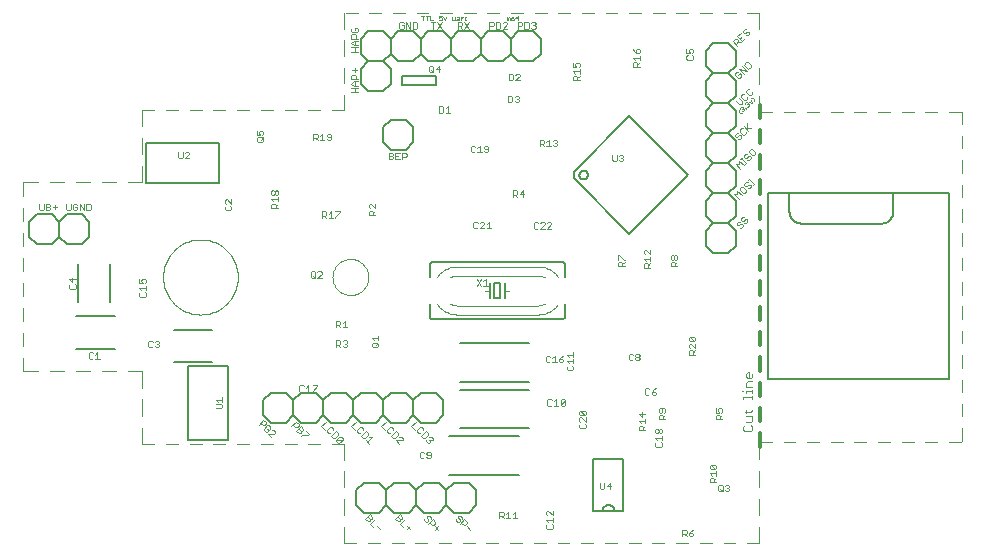
<source format=gto>
G75*
G70*
%OFA0B0*%
%FSLAX24Y24*%
%IPPOS*%
%LPD*%
%AMOC8*
5,1,8,0,0,1.08239X$1,22.5*
%
%ADD10C,0.0000*%
%ADD11C,0.0020*%
%ADD12C,0.0120*%
%ADD13C,0.0030*%
%ADD14C,0.0010*%
%ADD15C,0.0050*%
%ADD16C,0.0060*%
%ADD17C,0.0080*%
D10*
X004050Y005187D02*
X004050Y005729D01*
X004050Y006122D02*
X004050Y006664D01*
X004050Y007058D02*
X004050Y007599D01*
X003575Y007599D01*
X003181Y007599D02*
X002706Y007599D01*
X002312Y007599D02*
X001837Y007599D01*
X001444Y007599D02*
X000969Y007599D01*
X000575Y007599D02*
X000100Y007599D01*
X000100Y008042D01*
X000100Y008436D02*
X000100Y008879D01*
X000100Y009273D02*
X000100Y009715D01*
X000100Y010109D02*
X000100Y010552D01*
X000100Y010946D02*
X000100Y011389D01*
X000100Y011782D02*
X000100Y012225D01*
X000100Y012619D02*
X000100Y013062D01*
X000100Y013456D02*
X000100Y013899D01*
X000575Y013899D01*
X000969Y013899D02*
X001444Y013899D01*
X001837Y013899D02*
X002312Y013899D01*
X002706Y013899D02*
X003181Y013899D01*
X003575Y013899D02*
X004050Y013899D01*
X004050Y014440D01*
X004050Y014834D02*
X004050Y015375D01*
X004050Y015769D02*
X004050Y016311D01*
X004449Y016311D01*
X004843Y016311D02*
X005242Y016311D01*
X005636Y016311D02*
X006035Y016311D01*
X006428Y016311D02*
X006828Y016311D01*
X007221Y016311D02*
X007621Y016311D01*
X008014Y016311D02*
X008414Y016311D01*
X008807Y016311D02*
X009207Y016311D01*
X009600Y016311D02*
X010000Y016311D01*
X010393Y016311D02*
X010793Y016311D01*
X010793Y016822D01*
X010793Y017216D02*
X010793Y017727D01*
X010793Y018121D02*
X010793Y018632D01*
X010793Y019026D02*
X010793Y019537D01*
X010843Y019560D02*
X011236Y019560D01*
X011630Y019560D02*
X012024Y019560D01*
X012417Y019560D02*
X012811Y019560D01*
X013205Y019560D02*
X013598Y019560D01*
X013992Y019560D02*
X014386Y019560D01*
X014780Y019560D02*
X015173Y019560D01*
X015567Y019560D02*
X015961Y019560D01*
X016354Y019560D02*
X016748Y019560D01*
X017142Y019560D02*
X017535Y019560D01*
X017929Y019560D02*
X018323Y019560D01*
X018717Y019560D02*
X019110Y019560D01*
X019504Y019560D02*
X019898Y019560D01*
X020291Y019560D02*
X020685Y019560D01*
X021079Y019560D02*
X021472Y019560D01*
X021866Y019560D02*
X022260Y019560D01*
X022654Y019560D02*
X023047Y019560D01*
X023441Y019560D02*
X023835Y019560D01*
X024228Y019560D02*
X024622Y019560D01*
X024622Y019025D01*
X024622Y018631D02*
X024622Y018096D01*
X024622Y017702D02*
X024622Y017167D01*
X024622Y016773D02*
X024622Y016238D01*
X024650Y016261D02*
X025043Y016261D01*
X025437Y016261D02*
X025831Y016261D01*
X026224Y016261D02*
X026618Y016261D01*
X027012Y016261D02*
X027406Y016261D01*
X027799Y016261D02*
X028193Y016261D01*
X028587Y016261D02*
X028980Y016261D01*
X029374Y016261D02*
X029768Y016261D01*
X030161Y016261D02*
X030555Y016261D01*
X030949Y016261D02*
X031343Y016261D01*
X031372Y016260D02*
X031372Y015842D01*
X031372Y015448D02*
X031372Y015030D01*
X031372Y014637D02*
X031372Y014218D01*
X031372Y013825D02*
X031372Y013406D01*
X031372Y013013D02*
X031372Y012595D01*
X031372Y012201D02*
X031372Y011783D01*
X031372Y011389D02*
X031372Y010971D01*
X031372Y010577D02*
X031372Y010159D01*
X031372Y009765D02*
X031372Y009347D01*
X031372Y008953D02*
X031372Y008535D01*
X031372Y008141D02*
X031372Y007723D01*
X031372Y007329D02*
X031372Y006911D01*
X031372Y006518D02*
X031372Y006099D01*
X031372Y005706D02*
X031372Y005288D01*
X031343Y005261D02*
X030949Y005261D01*
X030555Y005261D02*
X030161Y005261D01*
X029768Y005261D02*
X029374Y005261D01*
X028980Y005261D02*
X028587Y005261D01*
X028193Y005261D02*
X027799Y005261D01*
X027406Y005261D02*
X027012Y005261D01*
X026618Y005261D02*
X026224Y005261D01*
X025831Y005261D02*
X025437Y005261D01*
X025043Y005261D02*
X024650Y005261D01*
X024622Y005210D02*
X024622Y004675D01*
X024622Y004281D02*
X024622Y003746D01*
X024622Y003352D02*
X024622Y002817D01*
X024622Y002423D02*
X024622Y001888D01*
X024226Y001888D01*
X023832Y001888D02*
X023435Y001888D01*
X023042Y001888D02*
X022645Y001888D01*
X022252Y001888D02*
X021855Y001888D01*
X021461Y001888D02*
X021065Y001888D01*
X020671Y001888D02*
X020275Y001888D01*
X019881Y001888D02*
X019484Y001888D01*
X019091Y001888D02*
X018694Y001888D01*
X018301Y001888D02*
X017904Y001888D01*
X017510Y001888D02*
X017114Y001888D01*
X016720Y001888D02*
X016324Y001888D01*
X015930Y001888D02*
X015534Y001888D01*
X015140Y001888D02*
X014743Y001888D01*
X014350Y001888D02*
X013953Y001888D01*
X013560Y001888D02*
X013163Y001888D01*
X012769Y001888D02*
X012373Y001888D01*
X011979Y001888D02*
X011583Y001888D01*
X011189Y001888D02*
X010793Y001888D01*
X010793Y002417D01*
X010793Y002811D02*
X010793Y003340D01*
X010793Y003734D02*
X010793Y004264D01*
X010793Y004657D02*
X010793Y005187D01*
X010393Y005187D01*
X010000Y005187D02*
X009600Y005187D01*
X009207Y005187D02*
X008807Y005187D01*
X008414Y005187D02*
X008014Y005187D01*
X007621Y005187D02*
X007221Y005187D01*
X006828Y005187D02*
X006428Y005187D01*
X006035Y005187D02*
X005636Y005187D01*
X005242Y005187D02*
X004843Y005187D01*
X004449Y005187D02*
X004050Y005187D01*
X004750Y010745D02*
X004752Y010815D01*
X004758Y010885D01*
X004768Y010954D01*
X004781Y011023D01*
X004799Y011091D01*
X004820Y011158D01*
X004845Y011223D01*
X004874Y011287D01*
X004906Y011350D01*
X004942Y011410D01*
X004981Y011468D01*
X005023Y011524D01*
X005068Y011578D01*
X005116Y011629D01*
X005167Y011677D01*
X005221Y011722D01*
X005277Y011764D01*
X005335Y011803D01*
X005395Y011839D01*
X005458Y011871D01*
X005522Y011900D01*
X005587Y011925D01*
X005654Y011946D01*
X005722Y011964D01*
X005791Y011977D01*
X005860Y011987D01*
X005930Y011993D01*
X006000Y011995D01*
X006070Y011993D01*
X006140Y011987D01*
X006209Y011977D01*
X006278Y011964D01*
X006346Y011946D01*
X006413Y011925D01*
X006478Y011900D01*
X006542Y011871D01*
X006605Y011839D01*
X006665Y011803D01*
X006723Y011764D01*
X006779Y011722D01*
X006833Y011677D01*
X006884Y011629D01*
X006932Y011578D01*
X006977Y011524D01*
X007019Y011468D01*
X007058Y011410D01*
X007094Y011350D01*
X007126Y011287D01*
X007155Y011223D01*
X007180Y011158D01*
X007201Y011091D01*
X007219Y011023D01*
X007232Y010954D01*
X007242Y010885D01*
X007248Y010815D01*
X007250Y010745D01*
X007248Y010675D01*
X007242Y010605D01*
X007232Y010536D01*
X007219Y010467D01*
X007201Y010399D01*
X007180Y010332D01*
X007155Y010267D01*
X007126Y010203D01*
X007094Y010140D01*
X007058Y010080D01*
X007019Y010022D01*
X006977Y009966D01*
X006932Y009912D01*
X006884Y009861D01*
X006833Y009813D01*
X006779Y009768D01*
X006723Y009726D01*
X006665Y009687D01*
X006605Y009651D01*
X006542Y009619D01*
X006478Y009590D01*
X006413Y009565D01*
X006346Y009544D01*
X006278Y009526D01*
X006209Y009513D01*
X006140Y009503D01*
X006070Y009497D01*
X006000Y009495D01*
X005930Y009497D01*
X005860Y009503D01*
X005791Y009513D01*
X005722Y009526D01*
X005654Y009544D01*
X005587Y009565D01*
X005522Y009590D01*
X005458Y009619D01*
X005395Y009651D01*
X005335Y009687D01*
X005277Y009726D01*
X005221Y009768D01*
X005167Y009813D01*
X005116Y009861D01*
X005068Y009912D01*
X005023Y009966D01*
X004981Y010022D01*
X004942Y010080D01*
X004906Y010140D01*
X004874Y010203D01*
X004845Y010267D01*
X004820Y010332D01*
X004799Y010399D01*
X004781Y010467D01*
X004768Y010536D01*
X004758Y010605D01*
X004752Y010675D01*
X004750Y010745D01*
X010400Y010745D02*
X010402Y010794D01*
X010408Y010842D01*
X010418Y010890D01*
X010432Y010937D01*
X010449Y010983D01*
X010470Y011027D01*
X010495Y011069D01*
X010523Y011109D01*
X010555Y011147D01*
X010589Y011182D01*
X010626Y011214D01*
X010665Y011243D01*
X010707Y011269D01*
X010751Y011291D01*
X010796Y011309D01*
X010843Y011324D01*
X010890Y011335D01*
X010939Y011342D01*
X010988Y011345D01*
X011037Y011344D01*
X011085Y011339D01*
X011134Y011330D01*
X011181Y011317D01*
X011227Y011300D01*
X011271Y011280D01*
X011314Y011256D01*
X011355Y011229D01*
X011393Y011198D01*
X011429Y011165D01*
X011461Y011129D01*
X011491Y011090D01*
X011518Y011049D01*
X011541Y011005D01*
X011560Y010960D01*
X011576Y010914D01*
X011588Y010867D01*
X011596Y010818D01*
X011600Y010769D01*
X011600Y010721D01*
X011596Y010672D01*
X011588Y010623D01*
X011576Y010576D01*
X011560Y010530D01*
X011541Y010485D01*
X011518Y010441D01*
X011491Y010400D01*
X011461Y010361D01*
X011429Y010325D01*
X011393Y010292D01*
X011355Y010261D01*
X011314Y010234D01*
X011271Y010210D01*
X011227Y010190D01*
X011181Y010173D01*
X011134Y010160D01*
X011085Y010151D01*
X011037Y010146D01*
X010988Y010145D01*
X010939Y010148D01*
X010890Y010155D01*
X010843Y010166D01*
X010796Y010181D01*
X010751Y010199D01*
X010707Y010221D01*
X010665Y010247D01*
X010626Y010276D01*
X010589Y010308D01*
X010555Y010343D01*
X010523Y010381D01*
X010495Y010421D01*
X010470Y010463D01*
X010449Y010507D01*
X010432Y010553D01*
X010418Y010600D01*
X010408Y010648D01*
X010402Y010696D01*
X010400Y010745D01*
D11*
X010036Y010715D02*
X009889Y010715D01*
X010036Y010861D01*
X010036Y010898D01*
X009999Y010935D01*
X009926Y010935D01*
X009889Y010898D01*
X009815Y010898D02*
X009815Y010751D01*
X009778Y010715D01*
X009705Y010715D01*
X009668Y010751D01*
X009668Y010898D01*
X009705Y010935D01*
X009778Y010935D01*
X009815Y010898D01*
X009741Y010788D02*
X009815Y010715D01*
X010518Y009285D02*
X010628Y009285D01*
X010665Y009248D01*
X010665Y009175D01*
X010628Y009138D01*
X010518Y009138D01*
X010518Y009065D02*
X010518Y009285D01*
X010591Y009138D02*
X010665Y009065D01*
X010739Y009065D02*
X010886Y009065D01*
X010812Y009065D02*
X010812Y009285D01*
X010739Y009211D01*
X010776Y008635D02*
X010849Y008635D01*
X010886Y008598D01*
X010886Y008561D01*
X010849Y008525D01*
X010886Y008488D01*
X010886Y008451D01*
X010849Y008415D01*
X010776Y008415D01*
X010739Y008451D01*
X010665Y008415D02*
X010591Y008488D01*
X010628Y008488D02*
X010518Y008488D01*
X010518Y008415D02*
X010518Y008635D01*
X010628Y008635D01*
X010665Y008598D01*
X010665Y008525D01*
X010628Y008488D01*
X010739Y008598D02*
X010776Y008635D01*
X010812Y008525D02*
X010849Y008525D01*
X011710Y008523D02*
X011710Y008449D01*
X011747Y008413D01*
X011893Y008413D01*
X011930Y008449D01*
X011930Y008523D01*
X011893Y008559D01*
X011747Y008559D01*
X011710Y008523D01*
X011783Y008634D02*
X011710Y008707D01*
X011930Y008707D01*
X011930Y008634D02*
X011930Y008780D01*
X011930Y008559D02*
X011857Y008486D01*
X009886Y007135D02*
X009739Y007135D01*
X009886Y007135D02*
X009886Y007098D01*
X009739Y006951D01*
X009739Y006915D01*
X009665Y006915D02*
X009518Y006915D01*
X009591Y006915D02*
X009591Y007135D01*
X009518Y007061D01*
X009444Y007098D02*
X009407Y007135D01*
X009334Y007135D01*
X009297Y007098D01*
X009297Y006951D01*
X009334Y006915D01*
X009407Y006915D01*
X009444Y006951D01*
X009190Y005920D02*
X009268Y005842D01*
X009268Y005791D01*
X009216Y005739D01*
X009164Y005739D01*
X009086Y005816D01*
X009034Y005765D02*
X009190Y005920D01*
X009346Y005764D02*
X009424Y005686D01*
X009424Y005634D01*
X009398Y005608D01*
X009346Y005608D01*
X009268Y005686D01*
X009190Y005608D02*
X009346Y005764D01*
X009346Y005608D02*
X009346Y005556D01*
X009320Y005530D01*
X009268Y005530D01*
X009190Y005608D01*
X009347Y005452D02*
X009373Y005478D01*
X009580Y005478D01*
X009606Y005504D01*
X009502Y005608D01*
X010034Y005765D02*
X010138Y005661D01*
X010216Y005634D02*
X010320Y005738D01*
X010372Y005738D01*
X010424Y005686D01*
X010424Y005634D01*
X010502Y005608D02*
X010580Y005530D01*
X010580Y005478D01*
X010476Y005374D01*
X010425Y005374D01*
X010347Y005452D01*
X010502Y005608D01*
X010320Y005530D02*
X010268Y005530D01*
X010216Y005582D01*
X010216Y005634D01*
X010034Y005765D02*
X010190Y005920D01*
X010633Y005426D02*
X010685Y005426D01*
X010736Y005374D01*
X010736Y005322D01*
X010529Y005322D01*
X010529Y005270D01*
X010581Y005218D01*
X010633Y005218D01*
X010736Y005322D01*
X010633Y005426D02*
X010529Y005322D01*
X011034Y005765D02*
X011138Y005661D01*
X011216Y005634D02*
X011320Y005738D01*
X011372Y005738D01*
X011424Y005686D01*
X011424Y005634D01*
X011502Y005608D02*
X011580Y005530D01*
X011580Y005478D01*
X011476Y005374D01*
X011425Y005374D01*
X011347Y005452D01*
X011502Y005608D01*
X011320Y005530D02*
X011268Y005530D01*
X011216Y005582D01*
X011216Y005634D01*
X011034Y005765D02*
X011190Y005920D01*
X011607Y005400D02*
X011711Y005400D01*
X011555Y005244D01*
X011503Y005296D02*
X011607Y005192D01*
X012216Y005582D02*
X012268Y005530D01*
X012320Y005530D01*
X012347Y005452D02*
X012425Y005374D01*
X012476Y005374D01*
X012580Y005478D01*
X012580Y005530D01*
X012502Y005608D01*
X012347Y005452D01*
X012216Y005582D02*
X012216Y005634D01*
X012320Y005738D01*
X012372Y005738D01*
X012424Y005686D01*
X012424Y005634D01*
X012138Y005661D02*
X012034Y005765D01*
X012190Y005920D01*
X012633Y005426D02*
X012685Y005426D01*
X012736Y005374D01*
X012736Y005322D01*
X012711Y005296D01*
X012503Y005296D01*
X012607Y005192D01*
X013216Y005582D02*
X013268Y005530D01*
X013320Y005530D01*
X013347Y005452D02*
X013425Y005374D01*
X013476Y005374D01*
X013580Y005478D01*
X013580Y005530D01*
X013502Y005608D01*
X013347Y005452D01*
X013216Y005582D02*
X013216Y005634D01*
X013320Y005738D01*
X013372Y005738D01*
X013424Y005686D01*
X013424Y005634D01*
X013138Y005661D02*
X013034Y005765D01*
X013190Y005920D01*
X013633Y005426D02*
X013685Y005426D01*
X013736Y005374D01*
X013736Y005322D01*
X013711Y005296D01*
X013659Y005296D01*
X013659Y005244D01*
X013633Y005218D01*
X013581Y005218D01*
X013529Y005270D01*
X013529Y005322D01*
X013633Y005322D02*
X013659Y005296D01*
X013641Y004925D02*
X013568Y004925D01*
X013531Y004888D01*
X013531Y004851D01*
X013568Y004815D01*
X013678Y004815D01*
X013678Y004888D02*
X013641Y004925D01*
X013678Y004888D02*
X013678Y004741D01*
X013641Y004705D01*
X013568Y004705D01*
X013531Y004741D01*
X013457Y004741D02*
X013420Y004705D01*
X013347Y004705D01*
X013310Y004741D01*
X013310Y004888D01*
X013347Y004925D01*
X013420Y004925D01*
X013457Y004888D01*
X012650Y002830D02*
X012728Y002752D01*
X012728Y002701D01*
X012702Y002675D01*
X012650Y002675D01*
X012572Y002752D01*
X012650Y002675D02*
X012650Y002623D01*
X012624Y002597D01*
X012572Y002597D01*
X012494Y002675D01*
X012650Y002830D01*
X012806Y002674D02*
X012650Y002518D01*
X012754Y002415D01*
X012885Y002440D02*
X012988Y002336D01*
X012885Y002336D02*
X012988Y002440D01*
X013460Y002639D02*
X013460Y002691D01*
X013460Y002639D02*
X013512Y002587D01*
X013564Y002587D01*
X013590Y002613D01*
X013590Y002665D01*
X013538Y002716D01*
X013538Y002768D01*
X013564Y002794D01*
X013616Y002794D01*
X013668Y002742D01*
X013668Y002691D01*
X013746Y002664D02*
X013824Y002586D01*
X013824Y002534D01*
X013772Y002482D01*
X013720Y002482D01*
X013642Y002560D01*
X013590Y002508D02*
X013746Y002664D01*
X013825Y002430D02*
X013928Y002326D01*
X013825Y002326D02*
X013928Y002430D01*
X014510Y002639D02*
X014562Y002587D01*
X014614Y002587D01*
X014640Y002613D01*
X014640Y002665D01*
X014588Y002716D01*
X014588Y002768D01*
X014614Y002794D01*
X014666Y002794D01*
X014718Y002742D01*
X014718Y002691D01*
X014796Y002664D02*
X014640Y002508D01*
X014692Y002560D02*
X014770Y002482D01*
X014822Y002482D01*
X014874Y002534D01*
X014874Y002586D01*
X014796Y002664D01*
X014875Y002430D02*
X014978Y002326D01*
X014510Y002639D02*
X014510Y002691D01*
X015960Y002705D02*
X015960Y002925D01*
X016070Y002925D01*
X016107Y002888D01*
X016107Y002815D01*
X016070Y002778D01*
X015960Y002778D01*
X016033Y002778D02*
X016107Y002705D01*
X016181Y002705D02*
X016328Y002705D01*
X016254Y002705D02*
X016254Y002925D01*
X016181Y002851D01*
X016402Y002851D02*
X016475Y002925D01*
X016475Y002705D01*
X016402Y002705D02*
X016549Y002705D01*
X017520Y002649D02*
X017593Y002576D01*
X017557Y002501D02*
X017520Y002465D01*
X017520Y002391D01*
X017557Y002355D01*
X017703Y002355D01*
X017740Y002391D01*
X017740Y002465D01*
X017703Y002501D01*
X017740Y002576D02*
X017740Y002722D01*
X017740Y002649D02*
X017520Y002649D01*
X017557Y002797D02*
X017520Y002833D01*
X017520Y002907D01*
X017557Y002943D01*
X017593Y002943D01*
X017740Y002797D01*
X017740Y002943D01*
X019318Y003701D02*
X019355Y003665D01*
X019428Y003665D01*
X019465Y003701D01*
X019465Y003885D01*
X019539Y003775D02*
X019686Y003775D01*
X019649Y003885D02*
X019539Y003775D01*
X019649Y003665D02*
X019649Y003885D01*
X019318Y003885D02*
X019318Y003701D01*
X021160Y005128D02*
X021197Y005092D01*
X021343Y005092D01*
X021380Y005128D01*
X021380Y005202D01*
X021343Y005238D01*
X021380Y005313D02*
X021380Y005459D01*
X021380Y005386D02*
X021160Y005386D01*
X021233Y005313D01*
X021197Y005238D02*
X021160Y005202D01*
X021160Y005128D01*
X021197Y005534D02*
X021233Y005534D01*
X021270Y005570D01*
X021270Y005644D01*
X021307Y005680D01*
X021343Y005680D01*
X021380Y005644D01*
X021380Y005570D01*
X021343Y005534D01*
X021307Y005534D01*
X021270Y005570D01*
X021270Y005644D02*
X021233Y005680D01*
X021197Y005680D01*
X021160Y005644D01*
X021160Y005570D01*
X021197Y005534D01*
X020830Y005642D02*
X020610Y005642D01*
X020610Y005752D01*
X020647Y005788D01*
X020720Y005788D01*
X020757Y005752D01*
X020757Y005642D01*
X020757Y005715D02*
X020830Y005788D01*
X020830Y005863D02*
X020830Y006009D01*
X020830Y005936D02*
X020610Y005936D01*
X020683Y005863D01*
X020720Y006084D02*
X020720Y006230D01*
X020830Y006194D02*
X020610Y006194D01*
X020720Y006084D01*
X021270Y006115D02*
X021270Y006005D01*
X021490Y006005D01*
X021417Y006005D02*
X021417Y006115D01*
X021380Y006151D01*
X021307Y006151D01*
X021270Y006115D01*
X021307Y006226D02*
X021343Y006226D01*
X021380Y006262D01*
X021380Y006372D01*
X021453Y006372D02*
X021307Y006372D01*
X021270Y006336D01*
X021270Y006262D01*
X021307Y006226D01*
X021453Y006226D02*
X021490Y006262D01*
X021490Y006336D01*
X021453Y006372D01*
X021490Y006151D02*
X021417Y006078D01*
X021149Y006815D02*
X021076Y006815D01*
X021039Y006851D01*
X021039Y006925D01*
X021149Y006925D01*
X021186Y006888D01*
X021186Y006851D01*
X021149Y006815D01*
X021039Y006925D02*
X021112Y006998D01*
X021186Y007035D01*
X020965Y006998D02*
X020928Y007035D01*
X020855Y007035D01*
X020818Y006998D01*
X020818Y006851D01*
X020855Y006815D01*
X020928Y006815D01*
X020965Y006851D01*
X020599Y007965D02*
X020526Y007965D01*
X020489Y008001D01*
X020489Y008038D01*
X020526Y008075D01*
X020599Y008075D01*
X020636Y008038D01*
X020636Y008001D01*
X020599Y007965D01*
X020599Y008075D02*
X020636Y008111D01*
X020636Y008148D01*
X020599Y008185D01*
X020526Y008185D01*
X020489Y008148D01*
X020489Y008111D01*
X020526Y008075D01*
X020415Y008148D02*
X020378Y008185D01*
X020305Y008185D01*
X020268Y008148D01*
X020268Y008001D01*
X020305Y007965D01*
X020378Y007965D01*
X020415Y008001D01*
X022270Y008155D02*
X022270Y008265D01*
X022307Y008301D01*
X022380Y008301D01*
X022417Y008265D01*
X022417Y008155D01*
X022417Y008228D02*
X022490Y008301D01*
X022490Y008376D02*
X022343Y008522D01*
X022307Y008522D01*
X022270Y008486D01*
X022270Y008412D01*
X022307Y008376D01*
X022490Y008376D02*
X022490Y008522D01*
X022453Y008597D02*
X022307Y008743D01*
X022453Y008743D01*
X022490Y008707D01*
X022490Y008633D01*
X022453Y008597D01*
X022307Y008597D01*
X022270Y008633D01*
X022270Y008707D01*
X022307Y008743D01*
X022270Y008155D02*
X022490Y008155D01*
X023170Y006372D02*
X023170Y006226D01*
X023280Y006226D01*
X023243Y006299D01*
X023243Y006336D01*
X023280Y006372D01*
X023353Y006372D01*
X023390Y006336D01*
X023390Y006262D01*
X023353Y006226D01*
X023390Y006151D02*
X023317Y006078D01*
X023317Y006115D02*
X023317Y006005D01*
X023390Y006005D02*
X023170Y006005D01*
X023170Y006115D01*
X023207Y006151D01*
X023280Y006151D01*
X023317Y006115D01*
X023153Y004493D02*
X023190Y004457D01*
X023190Y004383D01*
X023153Y004347D01*
X023007Y004493D01*
X023153Y004493D01*
X023153Y004347D02*
X023007Y004347D01*
X022970Y004383D01*
X022970Y004457D01*
X023007Y004493D01*
X023190Y004272D02*
X023190Y004126D01*
X023190Y004199D02*
X022970Y004199D01*
X023043Y004126D01*
X023007Y004051D02*
X022970Y004015D01*
X022970Y003905D01*
X023190Y003905D01*
X023117Y003905D02*
X023117Y004015D01*
X023080Y004051D01*
X023007Y004051D01*
X023117Y003978D02*
X023190Y004051D01*
X023297Y003825D02*
X023260Y003788D01*
X023260Y003641D01*
X023297Y003605D01*
X023370Y003605D01*
X023407Y003641D01*
X023407Y003788D01*
X023370Y003825D01*
X023297Y003825D01*
X023333Y003678D02*
X023407Y003605D01*
X023481Y003641D02*
X023518Y003605D01*
X023591Y003605D01*
X023628Y003641D01*
X023628Y003678D01*
X023591Y003715D01*
X023554Y003715D01*
X023591Y003715D02*
X023628Y003751D01*
X023628Y003788D01*
X023591Y003825D01*
X023518Y003825D01*
X023481Y003788D01*
X022428Y002325D02*
X022354Y002288D01*
X022281Y002215D01*
X022391Y002215D01*
X022428Y002178D01*
X022428Y002141D01*
X022391Y002105D01*
X022318Y002105D01*
X022281Y002141D01*
X022281Y002215D01*
X022207Y002215D02*
X022170Y002178D01*
X022060Y002178D01*
X022133Y002178D02*
X022207Y002105D01*
X022207Y002215D02*
X022207Y002288D01*
X022170Y002325D01*
X022060Y002325D01*
X022060Y002105D01*
X018803Y005705D02*
X018840Y005741D01*
X018840Y005815D01*
X018803Y005851D01*
X018840Y005926D02*
X018693Y006072D01*
X018657Y006072D01*
X018620Y006036D01*
X018620Y005962D01*
X018657Y005926D01*
X018657Y005851D02*
X018620Y005815D01*
X018620Y005741D01*
X018657Y005705D01*
X018803Y005705D01*
X018840Y005926D02*
X018840Y006072D01*
X018803Y006147D02*
X018657Y006293D01*
X018803Y006293D01*
X018840Y006257D01*
X018840Y006183D01*
X018803Y006147D01*
X018657Y006147D01*
X018620Y006183D01*
X018620Y006257D01*
X018657Y006293D01*
X018149Y006491D02*
X018112Y006455D01*
X018039Y006455D01*
X018002Y006491D01*
X018149Y006638D01*
X018149Y006491D01*
X018002Y006491D02*
X018002Y006638D01*
X018039Y006675D01*
X018112Y006675D01*
X018149Y006638D01*
X017928Y006455D02*
X017781Y006455D01*
X017854Y006455D02*
X017854Y006675D01*
X017781Y006601D01*
X017707Y006638D02*
X017670Y006675D01*
X017597Y006675D01*
X017560Y006638D01*
X017560Y006491D01*
X017597Y006455D01*
X017670Y006455D01*
X017707Y006491D01*
X018247Y007642D02*
X018393Y007642D01*
X018430Y007678D01*
X018430Y007752D01*
X018393Y007788D01*
X018430Y007863D02*
X018430Y008009D01*
X018430Y007936D02*
X018210Y007936D01*
X018283Y007863D01*
X018247Y007788D02*
X018210Y007752D01*
X018210Y007678D01*
X018247Y007642D01*
X018062Y007905D02*
X018099Y007941D01*
X018099Y007978D01*
X018062Y008015D01*
X017952Y008015D01*
X017952Y007941D01*
X017989Y007905D01*
X018062Y007905D01*
X017952Y008015D02*
X018025Y008088D01*
X018099Y008125D01*
X018210Y008157D02*
X018430Y008157D01*
X018430Y008084D02*
X018430Y008230D01*
X018283Y008084D02*
X018210Y008157D01*
X017804Y008125D02*
X017804Y007905D01*
X017731Y007905D02*
X017878Y007905D01*
X017731Y008051D02*
X017804Y008125D01*
X017657Y008088D02*
X017620Y008125D01*
X017547Y008125D01*
X017510Y008088D01*
X017510Y007941D01*
X017547Y007905D01*
X017620Y007905D01*
X017657Y007941D01*
X017250Y009495D02*
X014550Y009495D01*
X014550Y009795D02*
X017250Y009795D01*
X017288Y009796D01*
X017325Y009801D01*
X017362Y009808D01*
X017398Y009817D01*
X017434Y009830D01*
X017468Y009845D01*
X017911Y010745D02*
X017879Y010790D01*
X017843Y010832D01*
X017804Y010872D01*
X017762Y010909D01*
X017719Y010943D01*
X017672Y010974D01*
X017624Y011002D01*
X017574Y011026D01*
X017523Y011047D01*
X017470Y011064D01*
X017416Y011078D01*
X017361Y011087D01*
X017306Y011093D01*
X017250Y011095D01*
X014550Y011095D01*
X014550Y010795D02*
X017250Y010795D01*
X017911Y009845D02*
X017879Y009800D01*
X017843Y009758D01*
X017804Y009718D01*
X017763Y009681D01*
X017719Y009647D01*
X017672Y009616D01*
X017624Y009588D01*
X017574Y009564D01*
X017523Y009543D01*
X017470Y009526D01*
X017416Y009512D01*
X017361Y009503D01*
X017306Y009497D01*
X017250Y009495D01*
X017468Y010745D02*
X017434Y010760D01*
X017398Y010773D01*
X017362Y010782D01*
X017325Y010789D01*
X017288Y010794D01*
X017250Y010795D01*
X016300Y010295D02*
X016150Y010295D01*
X015650Y010295D02*
X015500Y010295D01*
X015504Y010455D02*
X015504Y010675D01*
X015431Y010601D01*
X015357Y010675D02*
X015210Y010455D01*
X015357Y010455D02*
X015210Y010675D01*
X015431Y010455D02*
X015578Y010455D01*
X014550Y011095D02*
X014494Y011093D01*
X014439Y011087D01*
X014384Y011078D01*
X014330Y011064D01*
X014277Y011047D01*
X014226Y011026D01*
X014176Y011002D01*
X014128Y010974D01*
X014081Y010943D01*
X014037Y010909D01*
X013996Y010872D01*
X013957Y010832D01*
X013921Y010790D01*
X013889Y010745D01*
X013889Y009845D02*
X013921Y009800D01*
X013957Y009758D01*
X013996Y009718D01*
X014038Y009681D01*
X014081Y009647D01*
X014128Y009616D01*
X014176Y009588D01*
X014226Y009564D01*
X014277Y009543D01*
X014330Y009526D01*
X014384Y009512D01*
X014439Y009503D01*
X014494Y009497D01*
X014550Y009495D01*
X014550Y009795D02*
X014512Y009796D01*
X014475Y009801D01*
X014438Y009808D01*
X014402Y009817D01*
X014366Y009830D01*
X014332Y009845D01*
X014332Y010745D02*
X014366Y010760D01*
X014402Y010773D01*
X014438Y010782D01*
X014475Y010789D01*
X014512Y010794D01*
X014550Y010795D01*
X015134Y012365D02*
X015097Y012401D01*
X015097Y012548D01*
X015134Y012585D01*
X015207Y012585D01*
X015244Y012548D01*
X015318Y012548D02*
X015355Y012585D01*
X015428Y012585D01*
X015465Y012548D01*
X015465Y012511D01*
X015318Y012365D01*
X015465Y012365D01*
X015539Y012365D02*
X015686Y012365D01*
X015612Y012365D02*
X015612Y012585D01*
X015539Y012511D01*
X015244Y012401D02*
X015207Y012365D01*
X015134Y012365D01*
X016418Y013415D02*
X016418Y013635D01*
X016528Y013635D01*
X016565Y013598D01*
X016565Y013525D01*
X016528Y013488D01*
X016418Y013488D01*
X016491Y013488D02*
X016565Y013415D01*
X016639Y013525D02*
X016786Y013525D01*
X016749Y013635D02*
X016639Y013525D01*
X016749Y013415D02*
X016749Y013635D01*
X017147Y012575D02*
X017110Y012538D01*
X017110Y012391D01*
X017147Y012355D01*
X017220Y012355D01*
X017257Y012391D01*
X017331Y012355D02*
X017478Y012501D01*
X017478Y012538D01*
X017441Y012575D01*
X017368Y012575D01*
X017331Y012538D01*
X017257Y012538D02*
X017220Y012575D01*
X017147Y012575D01*
X017331Y012355D02*
X017478Y012355D01*
X017552Y012355D02*
X017699Y012501D01*
X017699Y012538D01*
X017662Y012575D01*
X017589Y012575D01*
X017552Y012538D01*
X017552Y012355D02*
X017699Y012355D01*
X019920Y011472D02*
X019957Y011472D01*
X020103Y011326D01*
X020140Y011326D01*
X020140Y011251D02*
X020067Y011178D01*
X020067Y011215D02*
X020067Y011105D01*
X020140Y011105D02*
X019920Y011105D01*
X019920Y011215D01*
X019957Y011251D01*
X020030Y011251D01*
X020067Y011215D01*
X019920Y011326D02*
X019920Y011472D01*
X020770Y011533D02*
X020807Y011497D01*
X020770Y011533D02*
X020770Y011607D01*
X020807Y011643D01*
X020843Y011643D01*
X020990Y011497D01*
X020990Y011643D01*
X020990Y011422D02*
X020990Y011276D01*
X020990Y011349D02*
X020770Y011349D01*
X020843Y011276D01*
X020807Y011201D02*
X020880Y011201D01*
X020917Y011165D01*
X020917Y011055D01*
X020917Y011128D02*
X020990Y011201D01*
X020990Y011055D02*
X020770Y011055D01*
X020770Y011165D01*
X020807Y011201D01*
X021670Y011215D02*
X021707Y011251D01*
X021780Y011251D01*
X021817Y011215D01*
X021817Y011105D01*
X021817Y011178D02*
X021890Y011251D01*
X021853Y011326D02*
X021817Y011326D01*
X021780Y011362D01*
X021780Y011436D01*
X021817Y011472D01*
X021853Y011472D01*
X021890Y011436D01*
X021890Y011362D01*
X021853Y011326D01*
X021780Y011362D02*
X021743Y011326D01*
X021707Y011326D01*
X021670Y011362D01*
X021670Y011436D01*
X021707Y011472D01*
X021743Y011472D01*
X021780Y011436D01*
X021670Y011215D02*
X021670Y011105D01*
X021890Y011105D01*
X023870Y012488D02*
X023896Y012463D01*
X023948Y012463D01*
X024000Y012514D01*
X024052Y012514D01*
X024078Y012488D01*
X024078Y012437D01*
X024026Y012385D01*
X023974Y012385D01*
X023870Y012488D02*
X023870Y012540D01*
X023922Y012592D01*
X023974Y012592D01*
X024027Y012645D02*
X024052Y012619D01*
X024104Y012619D01*
X024156Y012671D01*
X024208Y012671D01*
X024234Y012645D01*
X024234Y012593D01*
X024182Y012541D01*
X024130Y012541D01*
X024027Y012645D02*
X024027Y012697D01*
X024078Y012749D01*
X024130Y012749D01*
X023950Y013359D02*
X023794Y013514D01*
X023898Y013514D01*
X023898Y013618D01*
X024054Y013463D01*
X024080Y013541D02*
X024132Y013541D01*
X024184Y013593D01*
X024184Y013645D01*
X024080Y013749D01*
X024028Y013749D01*
X023977Y013697D01*
X023977Y013645D01*
X024080Y013541D01*
X024237Y013697D02*
X024288Y013697D01*
X024340Y013749D01*
X024340Y013801D01*
X024314Y013827D01*
X024263Y013827D01*
X024211Y013775D01*
X024159Y013775D01*
X024133Y013801D01*
X024133Y013853D01*
X024185Y013905D01*
X024237Y013905D01*
X024263Y013983D02*
X024315Y014035D01*
X024289Y014009D02*
X024445Y013853D01*
X024419Y013828D02*
X024471Y013879D01*
X024000Y014359D02*
X023844Y014514D01*
X023948Y014514D01*
X023948Y014618D01*
X024104Y014463D01*
X024156Y014515D02*
X024208Y014567D01*
X024182Y014541D02*
X024027Y014697D01*
X024001Y014671D02*
X024052Y014723D01*
X024131Y014749D02*
X024157Y014723D01*
X024209Y014723D01*
X024260Y014775D01*
X024312Y014775D01*
X024338Y014749D01*
X024338Y014697D01*
X024286Y014645D01*
X024234Y014645D01*
X024131Y014749D02*
X024131Y014801D01*
X024183Y014853D01*
X024234Y014853D01*
X024287Y014905D02*
X024391Y014801D01*
X024443Y014801D01*
X024495Y014853D01*
X024495Y014905D01*
X024391Y015009D01*
X024339Y015009D01*
X024287Y014957D01*
X024287Y014905D01*
X023976Y015335D02*
X023924Y015335D01*
X023976Y015335D02*
X024028Y015387D01*
X024028Y015438D01*
X024002Y015464D01*
X023950Y015464D01*
X023898Y015413D01*
X023846Y015413D01*
X023820Y015438D01*
X023820Y015490D01*
X023872Y015542D01*
X023924Y015542D01*
X023977Y015595D02*
X024080Y015491D01*
X024132Y015491D01*
X024184Y015543D01*
X024184Y015595D01*
X024211Y015673D02*
X024211Y015881D01*
X024107Y015777D02*
X024263Y015621D01*
X024211Y015725D02*
X024366Y015725D01*
X024080Y015699D02*
X024028Y015699D01*
X023977Y015647D01*
X023977Y015595D01*
X023948Y016511D02*
X023844Y016614D01*
X023948Y016511D02*
X024052Y016511D01*
X024052Y016614D01*
X023948Y016718D01*
X024027Y016745D02*
X024130Y016641D01*
X024182Y016641D01*
X024234Y016693D01*
X024234Y016745D01*
X024287Y016797D02*
X024338Y016797D01*
X024390Y016849D01*
X024390Y016901D01*
X024287Y017005D02*
X024235Y017005D01*
X024183Y016953D01*
X024183Y016901D01*
X024287Y016797D01*
X024130Y016849D02*
X024078Y016849D01*
X024027Y016797D01*
X024027Y016745D01*
X023976Y017385D02*
X024028Y017437D01*
X024028Y017488D01*
X023976Y017540D01*
X023924Y017488D01*
X023924Y017385D02*
X023976Y017385D01*
X023924Y017385D02*
X023820Y017488D01*
X023820Y017540D01*
X023872Y017592D01*
X023924Y017592D01*
X023951Y017671D02*
X024210Y017619D01*
X024054Y017774D01*
X024107Y017827D02*
X024185Y017905D01*
X024237Y017905D01*
X024340Y017801D01*
X024340Y017749D01*
X024263Y017671D01*
X024107Y017827D01*
X023951Y017671D02*
X024106Y017515D01*
X023900Y018459D02*
X023744Y018614D01*
X023822Y018692D01*
X023874Y018692D01*
X023926Y018640D01*
X023926Y018588D01*
X023848Y018511D01*
X023900Y018563D02*
X024004Y018563D01*
X024056Y018615D02*
X024160Y018719D01*
X024187Y018797D02*
X024238Y018797D01*
X024290Y018849D01*
X024290Y018901D01*
X024264Y018927D01*
X024213Y018927D01*
X024161Y018875D01*
X024109Y018875D01*
X024083Y018901D01*
X024083Y018953D01*
X024135Y019005D01*
X024187Y019005D01*
X024004Y018874D02*
X023901Y018771D01*
X024056Y018615D01*
X023978Y018693D02*
X024030Y018745D01*
X022421Y018317D02*
X022421Y018244D01*
X022385Y018207D01*
X022311Y018207D02*
X022275Y018280D01*
X022275Y018317D01*
X022311Y018354D01*
X022385Y018354D01*
X022421Y018317D01*
X022311Y018207D02*
X022201Y018207D01*
X022201Y018354D01*
X022238Y018133D02*
X022201Y018096D01*
X022201Y018023D01*
X022238Y017986D01*
X022385Y017986D01*
X022421Y018023D01*
X022421Y018096D01*
X022385Y018133D01*
X020640Y018122D02*
X020640Y017976D01*
X020640Y018049D02*
X020420Y018049D01*
X020493Y017976D01*
X020457Y017901D02*
X020530Y017901D01*
X020567Y017865D01*
X020567Y017755D01*
X020567Y017828D02*
X020640Y017901D01*
X020640Y017755D02*
X020420Y017755D01*
X020420Y017865D01*
X020457Y017901D01*
X020530Y018197D02*
X020530Y018307D01*
X020567Y018343D01*
X020603Y018343D01*
X020640Y018307D01*
X020640Y018233D01*
X020603Y018197D01*
X020530Y018197D01*
X020457Y018270D01*
X020420Y018343D01*
X018640Y017857D02*
X018640Y017783D01*
X018603Y017747D01*
X018530Y017747D02*
X018493Y017820D01*
X018493Y017857D01*
X018530Y017893D01*
X018603Y017893D01*
X018640Y017857D01*
X018530Y017747D02*
X018420Y017747D01*
X018420Y017893D01*
X018420Y017599D02*
X018640Y017599D01*
X018640Y017526D02*
X018640Y017672D01*
X018493Y017526D02*
X018420Y017599D01*
X018457Y017451D02*
X018530Y017451D01*
X018567Y017415D01*
X018567Y017305D01*
X018567Y017378D02*
X018640Y017451D01*
X018640Y017305D02*
X018420Y017305D01*
X018420Y017415D01*
X018457Y017451D01*
X016645Y017445D02*
X016498Y017298D01*
X016645Y017298D01*
X016645Y017445D02*
X016645Y017482D01*
X016608Y017518D01*
X016535Y017518D01*
X016498Y017482D01*
X016424Y017482D02*
X016387Y017518D01*
X016277Y017518D01*
X016277Y017298D01*
X016387Y017298D01*
X016424Y017335D01*
X016424Y017482D01*
X016361Y016791D02*
X016251Y016791D01*
X016251Y016571D01*
X016361Y016571D01*
X016398Y016608D01*
X016398Y016754D01*
X016361Y016791D01*
X016472Y016754D02*
X016509Y016791D01*
X016582Y016791D01*
X016619Y016754D01*
X016619Y016718D01*
X016582Y016681D01*
X016619Y016644D01*
X016619Y016608D01*
X016582Y016571D01*
X016509Y016571D01*
X016472Y016608D01*
X016545Y016681D02*
X016582Y016681D01*
X017310Y015325D02*
X017420Y015325D01*
X017457Y015288D01*
X017457Y015215D01*
X017420Y015178D01*
X017310Y015178D01*
X017383Y015178D02*
X017457Y015105D01*
X017531Y015105D02*
X017678Y015105D01*
X017604Y015105D02*
X017604Y015325D01*
X017531Y015251D01*
X017752Y015288D02*
X017789Y015325D01*
X017862Y015325D01*
X017899Y015288D01*
X017899Y015251D01*
X017862Y015215D01*
X017899Y015178D01*
X017899Y015141D01*
X017862Y015105D01*
X017789Y015105D01*
X017752Y015141D01*
X017825Y015215D02*
X017862Y015215D01*
X017310Y015105D02*
X017310Y015325D01*
X015599Y015088D02*
X015599Y014941D01*
X015562Y014905D01*
X015489Y014905D01*
X015452Y014941D01*
X015489Y015015D02*
X015599Y015015D01*
X015599Y015088D02*
X015562Y015125D01*
X015489Y015125D01*
X015452Y015088D01*
X015452Y015051D01*
X015489Y015015D01*
X015378Y014905D02*
X015231Y014905D01*
X015304Y014905D02*
X015304Y015125D01*
X015231Y015051D01*
X015157Y015088D02*
X015120Y015125D01*
X015047Y015125D01*
X015010Y015088D01*
X015010Y014941D01*
X015047Y014905D01*
X015120Y014905D01*
X015157Y014941D01*
X014319Y016221D02*
X014172Y016221D01*
X014245Y016221D02*
X014245Y016441D01*
X014172Y016368D01*
X014098Y016404D02*
X014098Y016258D01*
X014061Y016221D01*
X013951Y016221D01*
X013951Y016441D01*
X014061Y016441D01*
X014098Y016404D01*
X013949Y017565D02*
X013949Y017785D01*
X013839Y017675D01*
X013986Y017675D01*
X013765Y017748D02*
X013728Y017785D01*
X013655Y017785D01*
X013618Y017748D01*
X013618Y017601D01*
X013655Y017565D01*
X013728Y017565D01*
X013765Y017601D01*
X013765Y017748D01*
X013691Y017638D02*
X013765Y017565D01*
X013753Y019025D02*
X013753Y019245D01*
X013680Y019245D02*
X013827Y019245D01*
X013901Y019245D02*
X014048Y019025D01*
X013901Y019025D02*
X014048Y019245D01*
X014580Y019245D02*
X014580Y019025D01*
X014580Y019098D02*
X014690Y019098D01*
X014727Y019135D01*
X014727Y019208D01*
X014690Y019245D01*
X014580Y019245D01*
X014653Y019098D02*
X014727Y019025D01*
X014801Y019025D02*
X014948Y019245D01*
X014801Y019245D02*
X014948Y019025D01*
X015630Y019025D02*
X015630Y019245D01*
X015740Y019245D01*
X015777Y019208D01*
X015777Y019135D01*
X015740Y019098D01*
X015630Y019098D01*
X015851Y019025D02*
X015961Y019025D01*
X015998Y019061D01*
X015998Y019208D01*
X015961Y019245D01*
X015851Y019245D01*
X015851Y019025D01*
X016072Y019025D02*
X016219Y019171D01*
X016219Y019208D01*
X016182Y019245D01*
X016109Y019245D01*
X016072Y019208D01*
X016072Y019025D02*
X016219Y019025D01*
X016580Y019025D02*
X016580Y019245D01*
X016690Y019245D01*
X016727Y019208D01*
X016727Y019135D01*
X016690Y019098D01*
X016580Y019098D01*
X016801Y019025D02*
X016911Y019025D01*
X016948Y019061D01*
X016948Y019208D01*
X016911Y019245D01*
X016801Y019245D01*
X016801Y019025D01*
X017022Y019061D02*
X017059Y019025D01*
X017132Y019025D01*
X017169Y019061D01*
X017169Y019098D01*
X017132Y019135D01*
X017095Y019135D01*
X017132Y019135D02*
X017169Y019171D01*
X017169Y019208D01*
X017132Y019245D01*
X017059Y019245D01*
X017022Y019208D01*
X013219Y019208D02*
X013219Y019061D01*
X013182Y019025D01*
X013072Y019025D01*
X013072Y019245D01*
X013182Y019245D01*
X013219Y019208D01*
X012998Y019245D02*
X012998Y019025D01*
X012851Y019245D01*
X012851Y019025D01*
X012777Y019061D02*
X012777Y019135D01*
X012703Y019135D01*
X012630Y019208D02*
X012630Y019061D01*
X012667Y019025D01*
X012740Y019025D01*
X012777Y019061D01*
X012777Y019208D02*
X012740Y019245D01*
X012667Y019245D01*
X012630Y019208D01*
X011250Y019024D02*
X011213Y019060D01*
X011140Y019060D01*
X011140Y018987D01*
X011213Y018914D02*
X011250Y018950D01*
X011250Y019024D01*
X011213Y018914D02*
X011067Y018914D01*
X011030Y018950D01*
X011030Y019024D01*
X011067Y019060D01*
X011067Y018839D02*
X011140Y018839D01*
X011177Y018803D01*
X011177Y018693D01*
X011250Y018693D02*
X011030Y018693D01*
X011030Y018803D01*
X011067Y018839D01*
X011103Y018618D02*
X011250Y018618D01*
X011140Y018618D02*
X011140Y018472D01*
X011103Y018472D02*
X011030Y018545D01*
X011103Y018618D01*
X011103Y018472D02*
X011250Y018472D01*
X011250Y018397D02*
X011030Y018397D01*
X011140Y018397D02*
X011140Y018251D01*
X011250Y018251D02*
X011030Y018251D01*
X011140Y017710D02*
X011140Y017564D01*
X011140Y017489D02*
X011177Y017453D01*
X011177Y017343D01*
X011250Y017343D02*
X011030Y017343D01*
X011030Y017453D01*
X011067Y017489D01*
X011140Y017489D01*
X011067Y017637D02*
X011213Y017637D01*
X011250Y017268D02*
X011103Y017268D01*
X011030Y017195D01*
X011103Y017122D01*
X011250Y017122D01*
X011250Y017047D02*
X011030Y017047D01*
X011140Y017047D02*
X011140Y016901D01*
X011250Y016901D02*
X011030Y016901D01*
X011140Y017122D02*
X011140Y017268D01*
X010312Y015525D02*
X010239Y015525D01*
X010202Y015488D01*
X010202Y015451D01*
X010239Y015415D01*
X010349Y015415D01*
X010349Y015488D02*
X010312Y015525D01*
X010349Y015488D02*
X010349Y015341D01*
X010312Y015305D01*
X010239Y015305D01*
X010202Y015341D01*
X010128Y015305D02*
X009981Y015305D01*
X010054Y015305D02*
X010054Y015525D01*
X009981Y015451D01*
X009907Y015415D02*
X009870Y015378D01*
X009760Y015378D01*
X009833Y015378D02*
X009907Y015305D01*
X009907Y015415D02*
X009907Y015488D01*
X009870Y015525D01*
X009760Y015525D01*
X009760Y015305D01*
X008090Y015291D02*
X008053Y015255D01*
X007907Y015255D01*
X007870Y015291D01*
X007870Y015365D01*
X007907Y015401D01*
X008053Y015401D01*
X008090Y015365D01*
X008090Y015291D01*
X008017Y015328D02*
X008090Y015401D01*
X008053Y015476D02*
X008090Y015512D01*
X008090Y015586D01*
X008053Y015622D01*
X007980Y015622D01*
X007943Y015586D01*
X007943Y015549D01*
X007980Y015476D01*
X007870Y015476D01*
X007870Y015622D01*
X005628Y014888D02*
X005591Y014925D01*
X005518Y014925D01*
X005481Y014888D01*
X005407Y014925D02*
X005407Y014741D01*
X005370Y014705D01*
X005297Y014705D01*
X005260Y014741D01*
X005260Y014925D01*
X005481Y014705D02*
X005628Y014851D01*
X005628Y014888D01*
X005628Y014705D02*
X005481Y014705D01*
X006847Y013330D02*
X006810Y013294D01*
X006810Y013220D01*
X006847Y013184D01*
X006847Y013109D02*
X006810Y013073D01*
X006810Y012999D01*
X006847Y012963D01*
X006993Y012963D01*
X007030Y012999D01*
X007030Y013073D01*
X006993Y013109D01*
X007030Y013184D02*
X006883Y013330D01*
X006847Y013330D01*
X007030Y013330D02*
X007030Y013184D01*
X008360Y013152D02*
X008397Y013188D01*
X008470Y013188D01*
X008507Y013152D01*
X008507Y013042D01*
X008580Y013042D02*
X008360Y013042D01*
X008360Y013152D01*
X008433Y013263D02*
X008360Y013336D01*
X008580Y013336D01*
X008580Y013263D02*
X008580Y013409D01*
X008543Y013484D02*
X008507Y013484D01*
X008470Y013520D01*
X008470Y013594D01*
X008507Y013630D01*
X008543Y013630D01*
X008580Y013594D01*
X008580Y013520D01*
X008543Y013484D01*
X008470Y013520D02*
X008433Y013484D01*
X008397Y013484D01*
X008360Y013520D01*
X008360Y013594D01*
X008397Y013630D01*
X008433Y013630D01*
X008470Y013594D01*
X008580Y013188D02*
X008507Y013115D01*
X010047Y012935D02*
X010047Y012715D01*
X010047Y012788D02*
X010157Y012788D01*
X010194Y012825D01*
X010194Y012898D01*
X010157Y012935D01*
X010047Y012935D01*
X010120Y012788D02*
X010194Y012715D01*
X010268Y012715D02*
X010415Y012715D01*
X010341Y012715D02*
X010341Y012935D01*
X010268Y012861D01*
X010489Y012935D02*
X010636Y012935D01*
X010636Y012898D01*
X010489Y012751D01*
X010489Y012715D01*
X011610Y012813D02*
X011610Y012923D01*
X011647Y012959D01*
X011720Y012959D01*
X011757Y012923D01*
X011757Y012813D01*
X011830Y012813D02*
X011610Y012813D01*
X011757Y012886D02*
X011830Y012959D01*
X011830Y013034D02*
X011683Y013180D01*
X011647Y013180D01*
X011610Y013144D01*
X011610Y013070D01*
X011647Y013034D01*
X011830Y013034D02*
X011830Y013180D01*
X012280Y014675D02*
X012390Y014675D01*
X012427Y014711D01*
X012427Y014748D01*
X012390Y014785D01*
X012280Y014785D01*
X012280Y014895D02*
X012390Y014895D01*
X012427Y014858D01*
X012427Y014821D01*
X012390Y014785D01*
X012501Y014785D02*
X012574Y014785D01*
X012501Y014895D02*
X012501Y014675D01*
X012648Y014675D01*
X012722Y014675D02*
X012722Y014895D01*
X012832Y014895D01*
X012869Y014858D01*
X012869Y014785D01*
X012832Y014748D01*
X012722Y014748D01*
X012648Y014895D02*
X012501Y014895D01*
X012280Y014895D02*
X012280Y014675D01*
X019733Y014645D02*
X019770Y014608D01*
X019843Y014608D01*
X019880Y014645D01*
X019880Y014828D01*
X019954Y014792D02*
X019991Y014828D01*
X020064Y014828D01*
X020101Y014792D01*
X020101Y014755D01*
X020064Y014718D01*
X020101Y014681D01*
X020101Y014645D01*
X020064Y014608D01*
X019991Y014608D01*
X019954Y014645D01*
X020027Y014718D02*
X020064Y014718D01*
X019733Y014645D02*
X019733Y014828D01*
X008178Y005902D02*
X008178Y005851D01*
X008126Y005799D01*
X008074Y005799D01*
X007996Y005876D01*
X007944Y005825D02*
X008100Y005980D01*
X008178Y005902D01*
X008230Y005798D02*
X008126Y005694D01*
X008126Y005642D01*
X008178Y005590D01*
X008230Y005590D01*
X008282Y005642D01*
X008230Y005694D01*
X008334Y005694D02*
X008334Y005746D01*
X008282Y005798D01*
X008230Y005798D01*
X008386Y005642D02*
X008438Y005642D01*
X008490Y005590D01*
X008490Y005538D01*
X008464Y005512D01*
X008257Y005512D01*
X008360Y005408D01*
X006730Y006399D02*
X006730Y006473D01*
X006693Y006509D01*
X006510Y006509D01*
X006583Y006584D02*
X006510Y006657D01*
X006730Y006657D01*
X006730Y006584D02*
X006730Y006730D01*
X006730Y006399D02*
X006693Y006363D01*
X006510Y006363D01*
X004591Y008405D02*
X004518Y008405D01*
X004481Y008441D01*
X004407Y008441D02*
X004370Y008405D01*
X004297Y008405D01*
X004260Y008441D01*
X004260Y008588D01*
X004297Y008625D01*
X004370Y008625D01*
X004407Y008588D01*
X004481Y008588D02*
X004518Y008625D01*
X004591Y008625D01*
X004628Y008588D01*
X004628Y008551D01*
X004591Y008515D01*
X004628Y008478D01*
X004628Y008441D01*
X004591Y008405D01*
X004591Y008515D02*
X004554Y008515D01*
X002636Y008015D02*
X002489Y008015D01*
X002562Y008015D02*
X002562Y008235D01*
X002489Y008161D01*
X002415Y008198D02*
X002378Y008235D01*
X002305Y008235D01*
X002268Y008198D01*
X002268Y008051D01*
X002305Y008015D01*
X002378Y008015D01*
X002415Y008051D01*
X003997Y010092D02*
X004143Y010092D01*
X004180Y010128D01*
X004180Y010202D01*
X004143Y010238D01*
X004180Y010313D02*
X004180Y010459D01*
X004180Y010386D02*
X003960Y010386D01*
X004033Y010313D01*
X003997Y010238D02*
X003960Y010202D01*
X003960Y010128D01*
X003997Y010092D01*
X003960Y010534D02*
X004070Y010534D01*
X004033Y010607D01*
X004033Y010644D01*
X004070Y010680D01*
X004143Y010680D01*
X004180Y010644D01*
X004180Y010570D01*
X004143Y010534D01*
X003960Y010534D02*
X003960Y010680D01*
X001840Y010686D02*
X001620Y010686D01*
X001730Y010576D01*
X001730Y010722D01*
X001803Y010501D02*
X001840Y010465D01*
X001840Y010391D01*
X001803Y010355D01*
X001657Y010355D01*
X001620Y010391D01*
X001620Y010465D01*
X001657Y010501D01*
X001640Y012975D02*
X001567Y012975D01*
X001530Y013011D01*
X001530Y013195D01*
X001677Y013195D02*
X001677Y013011D01*
X001640Y012975D01*
X001751Y013011D02*
X001788Y012975D01*
X001861Y012975D01*
X001898Y013011D01*
X001898Y013085D01*
X001824Y013085D01*
X001751Y013158D02*
X001751Y013011D01*
X001751Y013158D02*
X001788Y013195D01*
X001861Y013195D01*
X001898Y013158D01*
X001972Y013195D02*
X002119Y012975D01*
X002119Y013195D01*
X002193Y013195D02*
X002303Y013195D01*
X002340Y013158D01*
X002340Y013011D01*
X002303Y012975D01*
X002193Y012975D01*
X002193Y013195D01*
X001972Y013195D02*
X001972Y012975D01*
X001219Y013085D02*
X001072Y013085D01*
X000998Y013121D02*
X000961Y013085D01*
X000851Y013085D01*
X000777Y013011D02*
X000777Y013195D01*
X000851Y013195D02*
X000961Y013195D01*
X000998Y013158D01*
X000998Y013121D01*
X000961Y013085D02*
X000998Y013048D01*
X000998Y013011D01*
X000961Y012975D01*
X000851Y012975D01*
X000851Y013195D01*
X000777Y013011D02*
X000740Y012975D01*
X000667Y012975D01*
X000630Y013011D01*
X000630Y013195D01*
X001145Y013158D02*
X001145Y013011D01*
X011494Y002675D02*
X011650Y002830D01*
X011728Y002752D01*
X011728Y002701D01*
X011702Y002675D01*
X011650Y002675D01*
X011572Y002752D01*
X011650Y002675D02*
X011650Y002623D01*
X011624Y002597D01*
X011572Y002597D01*
X011494Y002675D01*
X011650Y002518D02*
X011754Y002415D01*
X011885Y002440D02*
X011988Y002336D01*
X011806Y002674D02*
X011650Y002518D01*
D12*
X024650Y005095D02*
X024650Y005543D01*
X024650Y005937D02*
X024650Y006386D01*
X024650Y006779D02*
X024650Y007228D01*
X024650Y007622D02*
X024650Y008071D01*
X024650Y008464D02*
X024650Y008913D01*
X024650Y009307D02*
X024650Y009755D01*
X024650Y010149D02*
X024650Y010598D01*
X024650Y010991D02*
X024650Y011440D01*
X024650Y011834D02*
X024650Y012283D01*
X024650Y012676D02*
X024650Y013125D01*
X024650Y013519D02*
X024650Y013967D01*
X024650Y014361D02*
X024650Y014810D01*
X024650Y015203D02*
X024650Y015652D01*
X024650Y016046D02*
X024650Y016495D01*
D13*
X024288Y007571D02*
X024288Y007377D01*
X024240Y007377D02*
X024192Y007426D01*
X024192Y007523D01*
X024240Y007571D01*
X024288Y007571D01*
X024385Y007523D02*
X024385Y007426D01*
X024337Y007377D01*
X024240Y007377D01*
X024240Y007276D02*
X024192Y007228D01*
X024192Y007083D01*
X024385Y007083D01*
X024385Y006983D02*
X024385Y006886D01*
X024385Y006935D02*
X024192Y006935D01*
X024192Y006886D01*
X024095Y006935D02*
X024046Y006935D01*
X024095Y006738D02*
X024385Y006738D01*
X024385Y006690D02*
X024385Y006787D01*
X024095Y006738D02*
X024095Y006690D01*
X024192Y006296D02*
X024192Y006199D01*
X024143Y006247D02*
X024337Y006247D01*
X024385Y006296D01*
X024385Y006098D02*
X024192Y006098D01*
X024385Y006098D02*
X024385Y005953D01*
X024337Y005904D01*
X024192Y005904D01*
X024143Y005803D02*
X024095Y005755D01*
X024095Y005658D01*
X024143Y005610D01*
X024337Y005610D01*
X024385Y005658D01*
X024385Y005755D01*
X024337Y005803D01*
X024385Y007276D02*
X024240Y007276D01*
D14*
X024045Y016220D02*
X023974Y016220D01*
X023939Y016256D01*
X023939Y016327D01*
X023991Y016343D02*
X023991Y016378D01*
X024026Y016414D01*
X024061Y016414D01*
X024079Y016396D01*
X024079Y016361D01*
X024114Y016361D01*
X024132Y016343D01*
X024132Y016308D01*
X024097Y016272D01*
X024061Y016272D01*
X024061Y016343D02*
X024079Y016361D01*
X024166Y016376D02*
X024183Y016394D01*
X024201Y016376D01*
X024183Y016359D01*
X024166Y016376D01*
X024218Y016428D02*
X024253Y016428D01*
X024288Y016464D01*
X024288Y016499D01*
X024271Y016517D01*
X024235Y016517D01*
X024218Y016499D01*
X024235Y016517D02*
X024235Y016552D01*
X024218Y016570D01*
X024182Y016570D01*
X024147Y016535D01*
X024147Y016499D01*
X024269Y016586D02*
X024375Y016550D01*
X024340Y016656D01*
X024338Y016725D02*
X024408Y016725D01*
X024444Y016690D01*
X024444Y016619D01*
X016575Y019300D02*
X016575Y019450D01*
X016500Y019375D01*
X016600Y019375D01*
X016452Y019350D02*
X016427Y019375D01*
X016352Y019375D01*
X016352Y019325D01*
X016377Y019300D01*
X016427Y019300D01*
X016452Y019325D01*
X016452Y019350D01*
X016402Y019425D02*
X016352Y019375D01*
X016305Y019375D02*
X016305Y019300D01*
X016255Y019300D02*
X016255Y019375D01*
X016280Y019400D01*
X016305Y019375D01*
X016255Y019375D02*
X016230Y019400D01*
X016205Y019400D01*
X016205Y019300D01*
X016402Y019425D02*
X016452Y019450D01*
X014854Y019400D02*
X014804Y019400D01*
X014829Y019425D02*
X014829Y019325D01*
X014854Y019300D01*
X014756Y019400D02*
X014731Y019400D01*
X014681Y019350D01*
X014634Y019350D02*
X014559Y019350D01*
X014534Y019325D01*
X014559Y019300D01*
X014634Y019300D01*
X014634Y019375D01*
X014609Y019400D01*
X014559Y019400D01*
X014486Y019400D02*
X014486Y019300D01*
X014411Y019300D01*
X014386Y019325D01*
X014386Y019400D01*
X014192Y019400D02*
X014142Y019300D01*
X014092Y019400D01*
X014044Y019375D02*
X014044Y019325D01*
X014019Y019300D01*
X013969Y019300D01*
X013944Y019325D01*
X013944Y019375D02*
X013994Y019400D01*
X014019Y019400D01*
X014044Y019375D01*
X014044Y019450D02*
X013944Y019450D01*
X013944Y019375D01*
X013750Y019300D02*
X013650Y019300D01*
X013650Y019450D01*
X013602Y019450D02*
X013502Y019450D01*
X013455Y019450D02*
X013355Y019450D01*
X013405Y019450D02*
X013405Y019300D01*
X013552Y019300D02*
X013552Y019450D01*
X014681Y019400D02*
X014681Y019300D01*
D15*
X024925Y013552D02*
X024925Y007331D01*
X030949Y007331D01*
X030949Y013552D01*
X024925Y013552D01*
X025634Y013552D02*
X025634Y012922D01*
X025636Y012883D01*
X025642Y012845D01*
X025651Y012808D01*
X025664Y012771D01*
X025681Y012736D01*
X025700Y012703D01*
X025723Y012672D01*
X025749Y012643D01*
X025778Y012617D01*
X025809Y012594D01*
X025842Y012575D01*
X025877Y012558D01*
X025914Y012545D01*
X025951Y012536D01*
X025989Y012530D01*
X026028Y012528D01*
X028705Y012528D01*
X028744Y012530D01*
X028782Y012536D01*
X028819Y012545D01*
X028856Y012558D01*
X028891Y012575D01*
X028924Y012594D01*
X028955Y012617D01*
X028984Y012643D01*
X029010Y012672D01*
X029033Y012703D01*
X029052Y012736D01*
X029069Y012771D01*
X029082Y012808D01*
X029091Y012845D01*
X029097Y012883D01*
X029099Y012922D01*
X029098Y012922D02*
X029098Y013552D01*
X020100Y004695D02*
X019100Y004695D01*
X019100Y002945D01*
X019400Y002945D01*
X019800Y002945D01*
X020100Y002945D01*
X020100Y004695D01*
X019800Y002945D02*
X019798Y002972D01*
X019793Y002999D01*
X019783Y003025D01*
X019771Y003049D01*
X019755Y003071D01*
X019737Y003091D01*
X019715Y003108D01*
X019692Y003123D01*
X019667Y003133D01*
X019641Y003141D01*
X019614Y003145D01*
X019586Y003145D01*
X019559Y003141D01*
X019533Y003133D01*
X019508Y003123D01*
X019485Y003108D01*
X019463Y003091D01*
X019445Y003071D01*
X019429Y003049D01*
X019417Y003025D01*
X019407Y002999D01*
X019402Y002972D01*
X019400Y002945D01*
D16*
X015200Y003145D02*
X014950Y002895D01*
X014450Y002895D01*
X014200Y003145D01*
X014200Y003645D01*
X014450Y003895D01*
X014950Y003895D01*
X015200Y003645D01*
X015200Y003145D01*
X014200Y003145D02*
X013950Y002895D01*
X013450Y002895D01*
X013200Y003145D01*
X013200Y003645D01*
X013450Y003895D01*
X013950Y003895D01*
X014200Y003645D01*
X014200Y003145D01*
X013200Y003145D02*
X012950Y002895D01*
X012450Y002895D01*
X012200Y003145D01*
X011950Y002895D01*
X011450Y002895D01*
X011200Y003145D01*
X011200Y003645D01*
X011450Y003895D01*
X011950Y003895D01*
X012200Y003645D01*
X012200Y003145D01*
X012200Y003645D01*
X012450Y003895D01*
X012950Y003895D01*
X013200Y003645D01*
X013200Y003145D01*
X013350Y005895D02*
X013850Y005895D01*
X014100Y006145D01*
X014100Y006645D01*
X013850Y006895D01*
X013350Y006895D01*
X013100Y006645D01*
X013100Y006145D01*
X013350Y005895D01*
X013100Y006145D02*
X012850Y005895D01*
X012350Y005895D01*
X012100Y006145D01*
X012100Y006645D01*
X012350Y006895D01*
X012850Y006895D01*
X013100Y006645D01*
X013100Y006145D01*
X012100Y006145D02*
X011850Y005895D01*
X011350Y005895D01*
X011100Y006145D01*
X011100Y006645D01*
X011350Y006895D01*
X011850Y006895D01*
X012100Y006645D01*
X012100Y006145D01*
X011100Y006145D02*
X010850Y005895D01*
X010350Y005895D01*
X010100Y006145D01*
X010100Y006645D01*
X010350Y006895D01*
X010850Y006895D01*
X011100Y006645D01*
X011100Y006145D01*
X010100Y006145D02*
X009850Y005895D01*
X009350Y005895D01*
X009100Y006145D01*
X008850Y005895D01*
X008350Y005895D01*
X008100Y006145D01*
X008100Y006645D01*
X008350Y006895D01*
X008850Y006895D01*
X009100Y006645D01*
X009100Y006145D01*
X009100Y006645D01*
X009350Y006895D01*
X009850Y006895D01*
X010100Y006645D01*
X010100Y006145D01*
X006931Y005315D02*
X006931Y007775D01*
X005569Y007775D01*
X005569Y005315D01*
X006931Y005315D01*
X013650Y009445D02*
X013650Y009845D01*
X013650Y009445D02*
X013652Y009428D01*
X013656Y009411D01*
X013663Y009395D01*
X013673Y009381D01*
X013686Y009368D01*
X013700Y009358D01*
X013716Y009351D01*
X013733Y009347D01*
X013750Y009345D01*
X018050Y009345D01*
X018067Y009347D01*
X018084Y009351D01*
X018100Y009358D01*
X018114Y009368D01*
X018127Y009381D01*
X018137Y009395D01*
X018144Y009411D01*
X018148Y009428D01*
X018150Y009445D01*
X018150Y009845D01*
X018150Y010745D02*
X018150Y011145D01*
X018148Y011162D01*
X018144Y011179D01*
X018137Y011195D01*
X018127Y011209D01*
X018114Y011222D01*
X018100Y011232D01*
X018084Y011239D01*
X018067Y011243D01*
X018050Y011245D01*
X013750Y011245D01*
X013733Y011243D01*
X013716Y011239D01*
X013700Y011232D01*
X013686Y011222D01*
X013673Y011209D01*
X013663Y011195D01*
X013656Y011179D01*
X013652Y011162D01*
X013650Y011145D01*
X013650Y010745D01*
X015650Y010545D02*
X015650Y010295D01*
X015650Y010045D01*
X015800Y010045D02*
X016000Y010045D01*
X016000Y010545D01*
X015800Y010545D01*
X015800Y010045D01*
X016150Y010045D02*
X016150Y010295D01*
X016150Y010545D01*
X018447Y014046D02*
X020300Y012193D01*
X022252Y014145D01*
X020300Y016096D01*
X018447Y014243D01*
X018447Y014046D01*
X018632Y014145D02*
X018634Y014168D01*
X018640Y014191D01*
X018649Y014212D01*
X018662Y014232D01*
X018678Y014249D01*
X018696Y014263D01*
X018716Y014274D01*
X018738Y014282D01*
X018761Y014286D01*
X018785Y014286D01*
X018808Y014282D01*
X018830Y014274D01*
X018850Y014263D01*
X018868Y014249D01*
X018884Y014232D01*
X018897Y014212D01*
X018906Y014191D01*
X018912Y014168D01*
X018914Y014145D01*
X018912Y014122D01*
X018906Y014099D01*
X018897Y014078D01*
X018884Y014058D01*
X018868Y014041D01*
X018850Y014027D01*
X018830Y014016D01*
X018808Y014008D01*
X018785Y014004D01*
X018761Y014004D01*
X018738Y014008D01*
X018716Y014016D01*
X018696Y014027D01*
X018678Y014041D01*
X018662Y014058D01*
X018649Y014078D01*
X018640Y014099D01*
X018634Y014122D01*
X018632Y014145D01*
X022850Y014295D02*
X022850Y013795D01*
X023100Y013545D01*
X023600Y013545D01*
X023850Y013295D01*
X023850Y012795D01*
X023600Y012545D01*
X023850Y012295D01*
X023850Y011795D01*
X023600Y011545D01*
X023100Y011545D01*
X022850Y011795D01*
X022850Y012295D01*
X023100Y012545D01*
X022850Y012795D01*
X022850Y013295D01*
X023100Y013545D01*
X023600Y013545D02*
X023850Y013795D01*
X023850Y014295D01*
X023600Y014545D01*
X023850Y014795D01*
X023850Y015295D01*
X023600Y015545D01*
X023850Y015795D01*
X023850Y016295D01*
X023600Y016545D01*
X023100Y016545D01*
X022850Y016295D01*
X022850Y015795D01*
X023100Y015545D01*
X023600Y015545D01*
X023100Y015545D02*
X022850Y015295D01*
X022850Y014795D01*
X023100Y014545D01*
X023600Y014545D01*
X023100Y014545D02*
X022850Y014295D01*
X023100Y012545D02*
X023600Y012545D01*
X023600Y016545D02*
X023850Y016795D01*
X023850Y017295D01*
X023600Y017545D01*
X023850Y017795D01*
X023850Y018295D01*
X023600Y018545D01*
X023100Y018545D01*
X022850Y018295D01*
X022850Y017795D01*
X023100Y017545D01*
X023600Y017545D01*
X023100Y017545D02*
X022850Y017295D01*
X022850Y016795D01*
X023100Y016545D01*
X017350Y018195D02*
X017100Y017945D01*
X016600Y017945D01*
X016350Y018195D01*
X016350Y018695D01*
X016600Y018945D01*
X017100Y018945D01*
X017350Y018695D01*
X017350Y018195D01*
X016350Y018195D02*
X016100Y017945D01*
X015600Y017945D01*
X015350Y018195D01*
X015100Y017945D01*
X014600Y017945D01*
X014350Y018195D01*
X014350Y018695D01*
X014600Y018945D01*
X015100Y018945D01*
X015350Y018695D01*
X015350Y018195D01*
X015350Y018695D01*
X015600Y018945D01*
X016100Y018945D01*
X016350Y018695D01*
X016350Y018195D01*
X014350Y018195D02*
X014100Y017945D01*
X013600Y017945D01*
X013350Y018195D01*
X013100Y017945D01*
X012600Y017945D01*
X012350Y018195D01*
X012100Y017945D01*
X011600Y017945D01*
X011350Y018195D01*
X011350Y018695D01*
X011600Y018945D01*
X012100Y018945D01*
X012350Y018695D01*
X012350Y018195D01*
X012350Y018695D01*
X012600Y018945D01*
X013100Y018945D01*
X013350Y018695D01*
X013350Y018195D01*
X013350Y018695D01*
X013600Y018945D01*
X014100Y018945D01*
X014350Y018695D01*
X014350Y018195D01*
X013860Y017445D02*
X013860Y017145D01*
X012720Y017145D01*
X012720Y017445D01*
X013860Y017445D01*
X012350Y017695D02*
X012350Y017195D01*
X012100Y016945D01*
X011600Y016945D01*
X011350Y017195D01*
X011350Y017695D01*
X011600Y017945D01*
X012100Y017945D01*
X012350Y017695D01*
X012350Y015995D02*
X012100Y015745D01*
X012100Y015245D01*
X012350Y014995D01*
X012850Y014995D01*
X013100Y015245D01*
X013100Y015745D01*
X012850Y015995D01*
X012350Y015995D01*
X006630Y015226D02*
X006630Y013864D01*
X004170Y013864D01*
X004170Y015226D01*
X006630Y015226D01*
X002300Y012595D02*
X002300Y012095D01*
X002050Y011845D01*
X001550Y011845D01*
X001300Y012095D01*
X001300Y012595D01*
X001550Y012845D01*
X002050Y012845D01*
X002300Y012595D01*
X001300Y012595D02*
X001300Y012095D01*
X001050Y011845D01*
X000550Y011845D01*
X000300Y012095D01*
X000300Y012595D01*
X000550Y012845D01*
X001050Y012845D01*
X001300Y012595D01*
D17*
X001906Y011189D02*
X001906Y009900D01*
X001856Y009439D02*
X003144Y009439D01*
X002994Y009900D02*
X002994Y011189D01*
X005106Y008989D02*
X006394Y008989D01*
X006394Y007900D02*
X005106Y007900D01*
X003144Y008350D02*
X001856Y008350D01*
X014286Y005439D02*
X016604Y005439D01*
X016954Y005700D02*
X014636Y005700D01*
X014636Y006989D02*
X016954Y006989D01*
X016954Y007250D02*
X014636Y007250D01*
X014636Y008539D02*
X016954Y008539D01*
X016604Y004150D02*
X014286Y004150D01*
M02*

</source>
